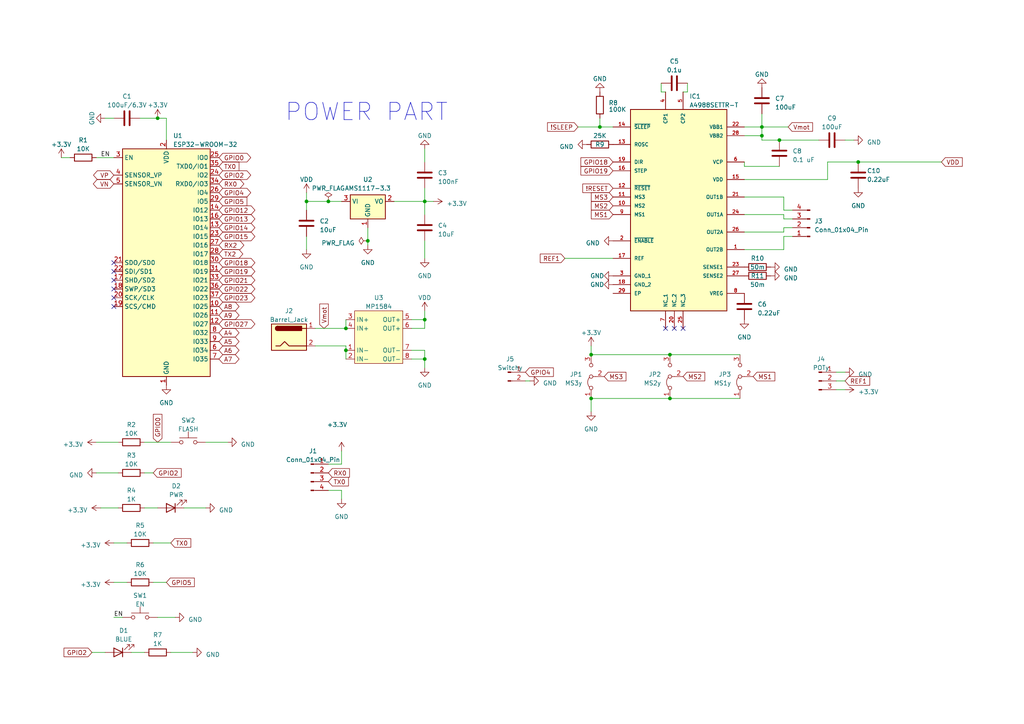
<source format=kicad_sch>
(kicad_sch (version 20230121) (generator eeschema)
  (paper "A4")
  (lib_symbols
    (symbol "A4988SETTR-T_1" (pin_names (offset 1.016))
      (property "Reference" "IC" (at -16.51 30.48 0))
      (property "Value" "A4988SETTR-T" (at -16.51 -33.02 0))
      (symbol "A4988SETTR-T_1_0_0"
        (rectangle (start -15.24 -30.48) (end 12.7 27.94) (stroke (width 0.254)) (fill (type background)))
        (pin bidirectional line (at 17.78 -12.7 180) (length 5.08) (name "OUT2B") (number "1"))
        (pin bidirectional line (at -20.32 0 0) (length 5.08) (name "MS2") (number "10"))
        (pin bidirectional line (at -20.32 2.54 0) (length 5.08) (name "MS3") (number "11"))
        (pin bidirectional line (at -20.32 5.08 0) (length 5.08) (name "~{RESET}") (number "12"))
        (pin bidirectional line (at -20.32 17.78 0) (length 5.08) (name "ROSC") (number "13"))
        (pin bidirectional line (at -20.32 22.86 0) (length 5.08) (name "~{SLEEP}") (number "14"))
        (pin bidirectional line (at 17.78 7.62 180) (length 5.08) (name "VDD") (number "15"))
        (pin bidirectional line (at -20.32 10.16 0) (length 5.08) (name "STEP") (number "16"))
        (pin bidirectional line (at -20.32 -15.24 0) (length 5.08) (name "REF") (number "17"))
        (pin bidirectional line (at -20.32 -22.86 0) (length 5.08) (name "GND_2") (number "18"))
        (pin bidirectional line (at -20.32 12.7 0) (length 5.08) (name "DIR") (number "19"))
        (pin bidirectional line (at -20.32 -10.16 0) (length 5.08) (name "~{ENABLE}") (number "2"))
        (pin bidirectional line (at -2.54 -35.56 90) (length 5.08) (name "NC_2") (number "20"))
        (pin bidirectional line (at 17.78 2.54 180) (length 5.08) (name "OUT1B") (number "21"))
        (pin bidirectional line (at 17.78 22.86 180) (length 5.08) (name "VBB1") (number "22"))
        (pin bidirectional line (at 17.78 -17.78 180) (length 5.08) (name "SENSE1") (number "23"))
        (pin bidirectional line (at 17.78 -2.54 180) (length 5.08) (name "OUT1A") (number "24"))
        (pin bidirectional line (at 0 -35.56 90) (length 5.08) (name "NC_3") (number "25"))
        (pin bidirectional line (at 17.78 -7.62 180) (length 5.08) (name "OUT2A") (number "26"))
        (pin bidirectional line (at 17.78 -20.32 180) (length 5.08) (name "SENSE2") (number "27"))
        (pin bidirectional line (at 17.78 20.32 180) (length 5.08) (name "VBB2") (number "28"))
        (pin bidirectional line (at -20.32 -25.4 0) (length 5.08) (name "EP") (number "29"))
        (pin bidirectional line (at -20.32 -20.32 0) (length 5.08) (name "GND_1") (number "3"))
        (pin bidirectional line (at -5.08 33.02 270) (length 5.08) (name "CP1") (number "4"))
        (pin bidirectional line (at 0 33.02 270) (length 5.08) (name "CP2") (number "5"))
        (pin bidirectional line (at 17.78 12.7 180) (length 5.08) (name "VCP") (number "6"))
        (pin bidirectional line (at -5.08 -35.56 90) (length 5.08) (name "NC_1") (number "7"))
        (pin bidirectional line (at 17.78 -25.4 180) (length 5.08) (name "VREG") (number "8"))
        (pin bidirectional line (at -20.32 -2.54 0) (length 5.08) (name "MS1") (number "9"))
      )
    )
    (symbol "Connector:Barrel_Jack" (pin_names (offset 1.016))
      (property "Reference" "J" (at 0 5.334 0))
      (property "Value" "Barrel_Jack" (at 0 -5.08 0))
      (symbol "Barrel_Jack_0_1"
        (rectangle (start -5.08 3.81) (end 5.08 -3.81) (stroke (width 0.254)) (fill (type background)))
        (arc (start -3.302 3.175) (mid -3.9343 2.54) (end -3.302 1.905) (stroke (width 0.254)))
        (arc (start -3.302 3.175) (mid -3.9343 2.54) (end -3.302 1.905) (stroke (width 0.254)) (fill (type outline)))
        (polyline (pts (xy 5.08 2.54) (xy 3.81 2.54)) (stroke (width 0.254)))
        (polyline (pts (xy -3.81 -2.54) (xy -2.54 -2.54) (xy -1.27 -1.27) (xy 0 -2.54) (xy 2.54 -2.54) (xy 5.08 -2.54)) (stroke (width 0.254)))
        (rectangle (start 3.683 3.175) (end -3.302 1.905) (stroke (width 0.254)) (fill (type outline)))
      )
      (symbol "Barrel_Jack_1_1"
        (pin passive line (at 7.62 2.54 180) (length 2.54) (name "~") (number "1"))
        (pin passive line (at 7.62 -2.54 180) (length 2.54) (name "~") (number "2"))
      )
    )
    (symbol "Connector:Conn_01x02_Pin" (pin_names (offset 1.016) hide)
      (property "Reference" "J" (at 0 2.54 0))
      (property "Value" "Conn_01x02_Pin" (at 0 -5.08 0))
      (symbol "Conn_01x02_Pin_1_1"
        (polyline (pts (xy 1.27 -2.54) (xy 0.8636 -2.54)) (stroke (width 0.1524)))
        (polyline (pts (xy 1.27 0) (xy 0.8636 0)) (stroke (width 0.1524)))
        (rectangle (start 0.8636 -2.413) (end 0 -2.667) (stroke (width 0.1524)) (fill (type outline)))
        (rectangle (start 0.8636 0.127) (end 0 -0.127) (stroke (width 0.1524)) (fill (type outline)))
        (pin passive line (at 5.08 0 180) (length 3.81) (name "Pin_1") (number "1"))
        (pin passive line (at 5.08 -2.54 180) (length 3.81) (name "Pin_2") (number "2"))
      )
    )
    (symbol "Connector:Conn_01x03_Pin" (pin_names (offset 1.016) hide)
      (property "Reference" "J" (at 0 5.08 0))
      (property "Value" "Conn_01x03_Pin" (at 0 -5.08 0))
      (symbol "Conn_01x03_Pin_1_1"
        (polyline (pts (xy 1.27 -2.54) (xy 0.8636 -2.54)) (stroke (width 0.1524)))
        (polyline (pts (xy 1.27 0) (xy 0.8636 0)) (stroke (width 0.1524)))
        (polyline (pts (xy 1.27 2.54) (xy 0.8636 2.54)) (stroke (width 0.1524)))
        (rectangle (start 0.8636 -2.413) (end 0 -2.667) (stroke (width 0.1524)) (fill (type outline)))
        (rectangle (start 0.8636 0.127) (end 0 -0.127) (stroke (width 0.1524)) (fill (type outline)))
        (rectangle (start 0.8636 2.667) (end 0 2.413) (stroke (width 0.1524)) (fill (type outline)))
        (pin passive line (at 5.08 2.54 180) (length 3.81) (name "Pin_1") (number "1"))
        (pin passive line (at 5.08 0 180) (length 3.81) (name "Pin_2") (number "2"))
        (pin passive line (at 5.08 -2.54 180) (length 3.81) (name "Pin_3") (number "3"))
      )
    )
    (symbol "Connector:Conn_01x04_Pin" (pin_names (offset 1.016) hide)
      (property "Reference" "J" (at 0 5.08 0))
      (property "Value" "Conn_01x04_Pin" (at 0 -7.62 0))
      (symbol "Conn_01x04_Pin_1_1"
        (polyline (pts (xy 1.27 -5.08) (xy 0.8636 -5.08)) (stroke (width 0.1524)))
        (polyline (pts (xy 1.27 -2.54) (xy 0.8636 -2.54)) (stroke (width 0.1524)))
        (polyline (pts (xy 1.27 0) (xy 0.8636 0)) (stroke (width 0.1524)))
        (polyline (pts (xy 1.27 2.54) (xy 0.8636 2.54)) (stroke (width 0.1524)))
        (rectangle (start 0.8636 -4.953) (end 0 -5.207) (stroke (width 0.1524)) (fill (type outline)))
        (rectangle (start 0.8636 -2.413) (end 0 -2.667) (stroke (width 0.1524)) (fill (type outline)))
        (rectangle (start 0.8636 0.127) (end 0 -0.127) (stroke (width 0.1524)) (fill (type outline)))
        (rectangle (start 0.8636 2.667) (end 0 2.413) (stroke (width 0.1524)) (fill (type outline)))
        (pin passive line (at 5.08 2.54 180) (length 3.81) (name "Pin_1") (number "1"))
        (pin passive line (at 5.08 0 180) (length 3.81) (name "Pin_2") (number "2"))
        (pin passive line (at 5.08 -2.54 180) (length 3.81) (name "Pin_3") (number "3"))
        (pin passive line (at 5.08 -5.08 180) (length 3.81) (name "Pin_4") (number "4"))
      )
    )
    (symbol "Device:C" (pin_numbers hide) (pin_names (offset 0.254))
      (property "Reference" "C" (at 0.635 2.54 0))
      (property "Value" "C" (at 0.635 -2.54 0))
      (symbol "C_0_1"
        (polyline (pts (xy -2.032 -0.762) (xy 2.032 -0.762)) (stroke (width 0.508)))
        (polyline (pts (xy -2.032 0.762) (xy 2.032 0.762)) (stroke (width 0.508)))
      )
      (symbol "C_1_1"
        (pin passive line (at 0 3.81 270) (length 2.794) (name "~") (number "1"))
        (pin passive line (at 0 -3.81 90) (length 2.794) (name "~") (number "2"))
      )
    )
    (symbol "Device:LED" (pin_numbers hide) (pin_names (offset 1.016) hide)
      (property "Reference" "D" (at 0 2.54 0))
      (property "Value" "LED" (at 0 -2.54 0))
      (symbol "LED_0_1"
        (polyline (pts (xy -1.27 -1.27) (xy -1.27 1.27)) (stroke (width 0.254)))
        (polyline (pts (xy -1.27 0) (xy 1.27 0)))
        (polyline (pts (xy 1.27 -1.27) (xy 1.27 1.27) (xy -1.27 0) (xy 1.27 -1.27)) (stroke (width 0.254)))
        (polyline (pts (xy -3.048 -0.762) (xy -4.572 -2.286) (xy -3.81 -2.286) (xy -4.572 -2.286) (xy -4.572 -1.524)))
        (polyline (pts (xy -1.778 -0.762) (xy -3.302 -2.286) (xy -2.54 -2.286) (xy -3.302 -2.286) (xy -3.302 -1.524)))
      )
      (symbol "LED_1_1"
        (pin passive line (at -3.81 0 0) (length 2.54) (name "K") (number "1"))
        (pin passive line (at 3.81 0 180) (length 2.54) (name "A") (number "2"))
      )
    )
    (symbol "Device:R" (pin_numbers hide) (pin_names (offset 0))
      (property "Reference" "R" (at 2.032 0 90))
      (property "Value" "R" (at 0 0 90))
      (symbol "R_0_1"
        (rectangle (start -1.016 -2.54) (end 1.016 2.54) (stroke (width 0.254)))
      )
      (symbol "R_1_1"
        (pin passive line (at 0 3.81 270) (length 1.27) (name "~") (number "1"))
        (pin passive line (at 0 -3.81 90) (length 1.27) (name "~") (number "2"))
      )
    )
    (symbol "Jumper:Jumper_3_Bridged12" (pin_names (offset 0) hide)
      (property "Reference" "JP" (at -2.54 -2.54 0))
      (property "Value" "Jumper_3_Bridged12" (at 0 2.794 0))
      (symbol "Jumper_3_Bridged12_0_0"
        (circle (center -3.302 0) (radius 0.508))
        (circle (center 0 0) (radius 0.508))
        (circle (center 3.302 0) (radius 0.508))
      )
      (symbol "Jumper_3_Bridged12_0_1"
        (arc (start -0.254 0.508) (mid -1.651 0.9912) (end -3.048 0.508))
        (polyline (pts (xy 0 -1.27) (xy 0 -0.508)))
      )
      (symbol "Jumper_3_Bridged12_1_1"
        (pin passive line (at -6.35 0 0) (length 2.54) (name "A") (number "1"))
        (pin passive line (at 0 -3.81 90) (length 2.54) (name "C") (number "2"))
        (pin passive line (at 6.35 0 180) (length 2.54) (name "B") (number "3"))
      )
    )
    (symbol "Lib:MP1584"
      (property "Reference" "U" (at 0 2.54 0))
      (property "Value" "MP1584" (at 2.54 5.08 0))
      (symbol "MP1584_1_1"
        (rectangle (start -3.81 1.27) (end 10.16 -13.97) (fill (type background)))
        (pin input line (at -6.35 -10.16 0) (length 2.54) (name "IN-") (number "1"))
        (pin input line (at -6.35 -12.7 0) (length 2.54) (name "IN-") (number "2"))
        (pin input line (at -6.35 -1.27 0) (length 2.54) (name "IN+") (number "3"))
        (pin input line (at -6.35 -3.81 0) (length 2.54) (name "IN+") (number "4"))
        (pin input line (at 12.7 -1.27 180) (length 2.54) (name "OUT+") (number "5"))
        (pin input line (at 12.7 -3.81 180) (length 2.54) (name "OUT+") (number "6"))
        (pin input line (at 12.7 -10.16 180) (length 2.54) (name "OUT-") (number "7"))
        (pin input line (at 12.7 -12.7 180) (length 2.54) (name "OUT-") (number "8"))
      )
    )
    (symbol "RF_Module:ESP32-WROOM-32"
      (property "Reference" "U" (at -12.7 34.29 0))
      (property "Value" "ESP32-WROOM-32" (at 1.27 34.29 0))
      (symbol "ESP32-WROOM-32_0_1"
        (rectangle (start -12.7 33.02) (end 12.7 -33.02) (stroke (width 0.254)) (fill (type background)))
      )
      (symbol "ESP32-WROOM-32_1_1"
        (pin power_in line (at 0 -35.56 90) (length 2.54) (name "GND") (number "1"))
        (pin bidirectional line (at 15.24 -12.7 180) (length 2.54) (name "IO25") (number "10"))
        (pin bidirectional line (at 15.24 -15.24 180) (length 2.54) (name "IO26") (number "11"))
        (pin bidirectional line (at 15.24 -17.78 180) (length 2.54) (name "IO27") (number "12"))
        (pin bidirectional line (at 15.24 10.16 180) (length 2.54) (name "IO14") (number "13"))
        (pin bidirectional line (at 15.24 15.24 180) (length 2.54) (name "IO12") (number "14"))
        (pin passive line (at 0 -35.56 90) (length 2.54) hide (name "GND") (number "15"))
        (pin bidirectional line (at 15.24 12.7 180) (length 2.54) (name "IO13") (number "16"))
        (pin bidirectional line (at -15.24 -5.08 0) (length 2.54) (name "SHD/SD2") (number "17"))
        (pin bidirectional line (at -15.24 -7.62 0) (length 2.54) (name "SWP/SD3") (number "18"))
        (pin bidirectional line (at -15.24 -12.7 0) (length 2.54) (name "SCS/CMD") (number "19"))
        (pin power_in line (at 0 35.56 270) (length 2.54) (name "VDD") (number "2"))
        (pin bidirectional line (at -15.24 -10.16 0) (length 2.54) (name "SCK/CLK") (number "20"))
        (pin bidirectional line (at -15.24 0 0) (length 2.54) (name "SDO/SD0") (number "21"))
        (pin bidirectional line (at -15.24 -2.54 0) (length 2.54) (name "SDI/SD1") (number "22"))
        (pin bidirectional line (at 15.24 7.62 180) (length 2.54) (name "IO15") (number "23"))
        (pin bidirectional line (at 15.24 25.4 180) (length 2.54) (name "IO2") (number "24"))
        (pin bidirectional line (at 15.24 30.48 180) (length 2.54) (name "IO0") (number "25"))
        (pin bidirectional line (at 15.24 20.32 180) (length 2.54) (name "IO4") (number "26"))
        (pin bidirectional line (at 15.24 5.08 180) (length 2.54) (name "IO16") (number "27"))
        (pin bidirectional line (at 15.24 2.54 180) (length 2.54) (name "IO17") (number "28"))
        (pin bidirectional line (at 15.24 17.78 180) (length 2.54) (name "IO5") (number "29"))
        (pin input line (at -15.24 30.48 0) (length 2.54) (name "EN") (number "3"))
        (pin bidirectional line (at 15.24 0 180) (length 2.54) (name "IO18") (number "30"))
        (pin bidirectional line (at 15.24 -2.54 180) (length 2.54) (name "IO19") (number "31"))
        (pin no_connect line (at -12.7 -27.94 0) (length 2.54) hide (name "NC") (number "32"))
        (pin bidirectional line (at 15.24 -5.08 180) (length 2.54) (name "IO21") (number "33"))
        (pin bidirectional line (at 15.24 22.86 180) (length 2.54) (name "RXD0/IO3") (number "34"))
        (pin bidirectional line (at 15.24 27.94 180) (length 2.54) (name "TXD0/IO1") (number "35"))
        (pin bidirectional line (at 15.24 -7.62 180) (length 2.54) (name "IO22") (number "36"))
        (pin bidirectional line (at 15.24 -10.16 180) (length 2.54) (name "IO23") (number "37"))
        (pin passive line (at 0 -35.56 90) (length 2.54) hide (name "GND") (number "38"))
        (pin passive line (at 0 -35.56 90) (length 2.54) hide (name "GND") (number "39"))
        (pin input line (at -15.24 25.4 0) (length 2.54) (name "SENSOR_VP") (number "4"))
        (pin input line (at -15.24 22.86 0) (length 2.54) (name "SENSOR_VN") (number "5"))
        (pin input line (at 15.24 -25.4 180) (length 2.54) (name "IO34") (number "6"))
        (pin input line (at 15.24 -27.94 180) (length 2.54) (name "IO35") (number "7"))
        (pin bidirectional line (at 15.24 -20.32 180) (length 2.54) (name "IO32") (number "8"))
        (pin bidirectional line (at 15.24 -22.86 180) (length 2.54) (name "IO33") (number "9"))
      )
    )
    (symbol "Regulator_Linear:AMS1117-3.3"
      (property "Reference" "U" (at -3.81 3.175 0))
      (property "Value" "AMS1117-3.3" (at 0 3.175 0))
      (symbol "AMS1117-3.3_0_1"
        (rectangle (start -5.08 -5.08) (end 5.08 1.905) (stroke (width 0.254)) (fill (type background)))
      )
      (symbol "AMS1117-3.3_1_1"
        (pin power_in line (at 0 -7.62 90) (length 2.54) (name "GND") (number "1"))
        (pin power_out line (at 7.62 0 180) (length 2.54) (name "VO") (number "2"))
        (pin power_in line (at -7.62 0 0) (length 2.54) (name "VI") (number "3"))
      )
    )
    (symbol "Switch:SW_Push" (pin_numbers hide) (pin_names (offset 1.016) hide)
      (property "Reference" "SW" (at 1.27 2.54 0))
      (property "Value" "SW_Push" (at 0 -1.524 0))
      (symbol "SW_Push_0_1"
        (circle (center -2.032 0) (radius 0.508))
        (polyline (pts (xy 0 1.27) (xy 0 3.048)))
        (polyline (pts (xy 2.54 1.27) (xy -2.54 1.27)))
        (circle (center 2.032 0) (radius 0.508))
        (pin passive line (at -5.08 0 0) (length 2.54) (name "1") (number "1"))
        (pin passive line (at 5.08 0 180) (length 2.54) (name "2") (number "2"))
      )
    )
    (symbol "power:+3.3V" (power) (pin_names (offset 0))
      (property "Value" "+3.3V" (at 0 3.556 0))
      (symbol "+3.3V_0_1"
        (polyline (pts (xy -0.762 1.27) (xy 0 2.54)))
        (polyline (pts (xy 0 0) (xy 0 2.54)))
        (polyline (pts (xy 0 2.54) (xy 0.762 1.27)))
      )
      (symbol "+3.3V_1_1"
        (pin power_in line (at 0 0 90) (length 0) hide (name "+3.3V") (number "1"))
      )
    )
    (symbol "power:GND" (power) (pin_names (offset 0))
      (property "Value" "GND" (at 0 -3.81 0))
      (symbol "GND_0_1"
        (polyline (pts (xy 0 0) (xy 0 -1.27) (xy 1.27 -1.27) (xy 0 -2.54) (xy -1.27 -1.27) (xy 0 -1.27)))
      )
      (symbol "GND_1_1"
        (pin power_in line (at 0 0 270) (length 0) hide (name "GND") (number "1"))
      )
    )
    (symbol "power:PWR_FLAG" (power) (pin_numbers hide) (pin_names (offset 0) hide)
      (property "Value" "PWR_FLAG" (at 0 3.81 0))
      (symbol "PWR_FLAG_0_0"
        (pin power_out line (at 0 0 90) (length 0) (name "pwr") (number "1"))
      )
      (symbol "PWR_FLAG_0_1"
        (polyline (pts (xy 0 0) (xy 0 1.27) (xy -1.016 1.905) (xy 0 2.54) (xy 1.016 1.905) (xy 0 1.27)))
      )
    )
    (symbol "power:VDD" (power) (pin_names (offset 0))
      (property "Value" "VDD" (at 0 3.81 0))
      (symbol "VDD_0_1"
        (polyline (pts (xy -0.762 1.27) (xy 0 2.54)))
        (polyline (pts (xy 0 0) (xy 0 2.54)))
        (polyline (pts (xy 0 2.54) (xy 0.762 1.27)))
      )
      (symbol "VDD_1_1"
        (pin power_in line (at 0 0 90) (length 0) hide (name "VDD") (number "1"))
      )
    )
  )
  (junction (at 220.98 39.37))
  (junction (at 171.45 115.57))
  (junction (at 248.92 46.99))
  (junction (at 95.25 58.42))
  (junction (at 123.19 92.71))
  (junction (at 173.99 36.83))
  (junction (at 194.31 115.57))
  (junction (at 123.19 58.42))
  (junction (at 226.06 40.64))
  (junction (at 106.68 69.85))
  (junction (at 194.31 102.87))
  (junction (at 88.9 58.42))
  (junction (at 100.33 95.25))
  (junction (at 123.19 104.14))
  (junction (at 100.33 101.6))
  (junction (at 171.45 102.87))
  (junction (at 45.72 34.29))
  (junction (at 220.98 36.83))
  (no_connect (at 33.02 88.9))
  (no_connect (at 193.04 95.25))
  (no_connect (at 195.58 95.25))
  (no_connect (at 33.02 76.2))
  (no_connect (at 33.02 78.74))
  (no_connect (at 33.02 83.82))
  (no_connect (at 33.02 86.36))
  (no_connect (at 33.02 81.28))
  (no_connect (at 198.12 95.25))
  (wire (pts (xy 220.98 36.83) (xy 220.98 39.37)))
  (wire (pts (xy 17.78 45.72) (xy 20.32 45.72)))
  (wire (pts (xy 27.94 45.72) (xy 33.02 45.72)))
  (wire (pts (xy 119.38 95.25) (xy 123.19 95.25)))
  (wire (pts (xy 123.19 101.6) (xy 119.38 101.6)))
  (wire (pts (xy 48.26 34.29) (xy 48.26 40.64)))
  (wire (pts (xy 123.19 95.25) (xy 123.19 92.71)))
  (wire (pts (xy 100.33 95.25) (xy 100.33 92.71)))
  (wire (pts (xy 123.19 58.42) (xy 125.73 58.42)))
  (wire (pts (xy 26.67 189.23) (xy 30.48 189.23)))
  (wire (pts (xy 220.98 40.64) (xy 226.06 40.64)))
  (wire (pts (xy 173.99 36.83) (xy 177.8 36.83)))
  (wire (pts (xy 227.33 63.5) (xy 229.87 63.5)))
  (wire (pts (xy 171.45 102.87) (xy 194.31 102.87)))
  (wire (pts (xy 227.33 57.15) (xy 227.33 60.96)))
  (wire (pts (xy 163.83 74.93) (xy 177.8 74.93)))
  (wire (pts (xy 171.45 100.33) (xy 171.45 102.87)))
  (wire (pts (xy 106.68 66.04) (xy 106.68 69.85)))
  (wire (pts (xy 27.94 128.27) (xy 34.29 128.27)))
  (wire (pts (xy 41.91 137.16) (xy 44.45 137.16)))
  (wire (pts (xy 41.91 128.27) (xy 49.53 128.27)))
  (wire (pts (xy 191.77 26.67) (xy 193.04 26.67)))
  (wire (pts (xy 44.45 157.48) (xy 49.53 157.48)))
  (wire (pts (xy 100.33 101.6) (xy 100.33 104.14)))
  (wire (pts (xy 220.98 33.02) (xy 220.98 36.83)))
  (wire (pts (xy 38.1 189.23) (xy 41.91 189.23)))
  (wire (pts (xy 30.48 34.29) (xy 33.02 34.29)))
  (wire (pts (xy 106.68 69.85) (xy 106.68 71.12)))
  (wire (pts (xy 245.11 107.95) (xy 242.57 107.95)))
  (wire (pts (xy 227.33 67.31) (xy 227.33 66.04)))
  (wire (pts (xy 194.31 115.57) (xy 171.45 115.57)))
  (wire (pts (xy 123.19 92.71) (xy 123.19 90.17)))
  (wire (pts (xy 123.19 54.61) (xy 123.19 58.42)))
  (wire (pts (xy 167.64 36.83) (xy 173.99 36.83)))
  (wire (pts (xy 27.94 137.16) (xy 34.29 137.16)))
  (wire (pts (xy 119.38 92.71) (xy 123.19 92.71)))
  (wire (pts (xy 245.11 40.64) (xy 247.65 40.64)))
  (wire (pts (xy 215.9 39.37) (xy 220.98 39.37)))
  (wire (pts (xy 91.44 100.33) (xy 100.33 100.33)))
  (wire (pts (xy 245.11 113.03) (xy 242.57 113.03)))
  (wire (pts (xy 227.33 63.5) (xy 227.33 62.23)))
  (wire (pts (xy 198.12 26.67) (xy 199.39 26.67)))
  (wire (pts (xy 191.77 26.67) (xy 191.77 24.13)))
  (wire (pts (xy 100.33 100.33) (xy 100.33 101.6)))
  (wire (pts (xy 119.38 104.14) (xy 123.19 104.14)))
  (wire (pts (xy 227.33 72.39) (xy 227.33 68.58)))
  (wire (pts (xy 215.9 48.26) (xy 226.06 48.26)))
  (wire (pts (xy 59.69 128.27) (xy 66.04 128.27)))
  (wire (pts (xy 227.33 66.04) (xy 229.87 66.04)))
  (wire (pts (xy 99.06 144.78) (xy 99.06 142.24)))
  (wire (pts (xy 220.98 36.83) (xy 228.6 36.83)))
  (wire (pts (xy 199.39 26.67) (xy 199.39 24.13)))
  (wire (pts (xy 123.19 106.68) (xy 123.19 104.14)))
  (wire (pts (xy 49.53 189.23) (xy 55.88 189.23)))
  (wire (pts (xy 214.63 115.57) (xy 194.31 115.57)))
  (wire (pts (xy 215.9 57.15) (xy 227.33 57.15)))
  (wire (pts (xy 123.19 69.85) (xy 123.19 74.93)))
  (wire (pts (xy 45.72 34.29) (xy 40.64 34.29)))
  (wire (pts (xy 29.21 147.32) (xy 34.29 147.32)))
  (wire (pts (xy 33.02 157.48) (xy 36.83 157.48)))
  (wire (pts (xy 227.33 62.23) (xy 215.9 62.23)))
  (wire (pts (xy 215.9 36.83) (xy 220.98 36.83)))
  (wire (pts (xy 41.91 147.32) (xy 45.72 147.32)))
  (wire (pts (xy 33.02 168.91) (xy 36.83 168.91)))
  (wire (pts (xy 215.9 67.31) (xy 227.33 67.31)))
  (wire (pts (xy 53.34 147.32) (xy 59.69 147.32)))
  (wire (pts (xy 99.06 134.62) (xy 95.25 134.62)))
  (wire (pts (xy 173.99 34.29) (xy 173.99 36.83)))
  (wire (pts (xy 240.03 46.99) (xy 240.03 52.07)))
  (wire (pts (xy 48.26 34.29) (xy 45.72 34.29)))
  (wire (pts (xy 88.9 55.88) (xy 88.9 58.42)))
  (wire (pts (xy 123.19 104.14) (xy 123.19 101.6)))
  (wire (pts (xy 171.45 115.57) (xy 171.45 119.38)))
  (wire (pts (xy 240.03 46.99) (xy 248.92 46.99)))
  (wire (pts (xy 215.9 72.39) (xy 227.33 72.39)))
  (wire (pts (xy 240.03 52.07) (xy 215.9 52.07)))
  (wire (pts (xy 45.72 179.07) (xy 50.8 179.07)))
  (wire (pts (xy 99.06 130.81) (xy 99.06 134.62)))
  (wire (pts (xy 88.9 58.42) (xy 95.25 58.42)))
  (wire (pts (xy 44.45 168.91) (xy 48.26 168.91)))
  (wire (pts (xy 88.9 68.58) (xy 88.9 72.39)))
  (wire (pts (xy 123.19 58.42) (xy 123.19 62.23)))
  (wire (pts (xy 226.06 40.64) (xy 237.49 40.64)))
  (wire (pts (xy 215.9 48.26) (xy 215.9 46.99)))
  (wire (pts (xy 33.02 179.07) (xy 35.56 179.07)))
  (wire (pts (xy 220.98 39.37) (xy 220.98 40.64)))
  (wire (pts (xy 91.44 95.25) (xy 100.33 95.25)))
  (wire (pts (xy 88.9 58.42) (xy 88.9 60.96)))
  (wire (pts (xy 245.11 110.49) (xy 242.57 110.49)))
  (wire (pts (xy 248.92 46.99) (xy 273.05 46.99)))
  (wire (pts (xy 123.19 43.18) (xy 123.19 46.99)))
  (wire (pts (xy 227.33 60.96) (xy 229.87 60.96)))
  (wire (pts (xy 99.06 142.24) (xy 95.25 142.24)))
  (wire (pts (xy 114.3 58.42) (xy 123.19 58.42)))
  (wire (pts (xy 95.25 58.42) (xy 99.06 58.42)))
  (wire (pts (xy 152.4 110.49) (xy 153.67 110.49)))
  (wire (pts (xy 194.31 102.87) (xy 214.63 102.87)))
  (wire (pts (xy 227.33 68.58) (xy 229.87 68.58)))
  (text "POWER PART" (at 82.55 35.56 0) (effects (font (size 5 5)) (justify left bottom)))
  (label "EN" (at 29.21 45.72 0))
  (label "EN" (at 33.02 179.07 0))
  (global_label "RX2" (shape bidirectional) (at 63.5 71.12 0) (property "Intersheetrefs" "${INTERSHEET_REFS}" (effects hide)))
  (global_label "RX0" (shape bidirectional) (at 63.5 53.34 0) (property "Intersheetrefs" "${INTERSHEET_REFS}" (effects hide)))
  (global_label "MS3" (shape input) (at 175.26 109.22 0) (property "Intersheetrefs" "${INTERSHEET_REFS}" (effects hide)))
  (global_label "GPIO23" (shape bidirectional) (at 63.5 86.36 0) (property "Intersheetrefs" "${INTERSHEET_REFS}" (effects hide)))
  (global_label "GPIO2" (shape input) (at 26.67 189.23 180) (property "Intersheetrefs" "${INTERSHEET_REFS}" (effects hide)))
  (global_label "TX0" (shape input) (at 63.5 48.26 0) (property "Intersheetrefs" "${INTERSHEET_REFS}" (effects hide)))
  (global_label "VN" (shape bidirectional) (at 33.02 53.34 180) (property "Intersheetrefs" "${INTERSHEET_REFS}" (effects hide)))
  (global_label "GPIO18" (shape input) (at 177.8 46.99 180) (property "Intersheetrefs" "${INTERSHEET_REFS}" (effects hide)))
  (global_label "GPIO12" (shape bidirectional) (at 63.5 60.96 0) (property "Intersheetrefs" "${INTERSHEET_REFS}" (effects hide)))
  (global_label "VP" (shape bidirectional) (at 33.02 50.8 180) (property "Intersheetrefs" "${INTERSHEET_REFS}" (effects hide)))
  (global_label "A7" (shape bidirectional) (at 63.5 104.14 0) (property "Intersheetrefs" "${INTERSHEET_REFS}" (effects hide)))
  (global_label "TX0" (shape input) (at 49.53 157.48 0) (property "Intersheetrefs" "${INTERSHEET_REFS}" (effects hide)))
  (global_label "REF1" (shape input) (at 245.11 110.49 0) (property "Intersheetrefs" "${INTERSHEET_REFS}" (effects hide)))
  (global_label "!SLEEP" (shape input) (at 167.64 36.83 180) (property "Intersheetrefs" "${INTERSHEET_REFS}" (effects hide)))
  (global_label "GPIO18" (shape bidirectional) (at 63.5 76.2 0) (property "Intersheetrefs" "${INTERSHEET_REFS}" (effects hide)))
  (global_label "GPIO5" (shape input) (at 63.5 58.42 0) (property "Intersheetrefs" "${INTERSHEET_REFS}" (effects hide)))
  (global_label "MS2" (shape input) (at 198.12 109.22 0) (property "Intersheetrefs" "${INTERSHEET_REFS}" (effects hide)))
  (global_label "GPIO0" (shape bidirectional) (at 63.5 45.72 0) (property "Intersheetrefs" "${INTERSHEET_REFS}" (effects hide)))
  (global_label "A4" (shape bidirectional) (at 63.5 96.52 0) (property "Intersheetrefs" "${INTERSHEET_REFS}" (effects hide)))
  (global_label "GPIO4" (shape input) (at 152.4 107.95 0) (property "Intersheetrefs" "${INTERSHEET_REFS}" (effects hide)))
  (global_label "GPIO21" (shape bidirectional) (at 63.5 81.28 0) (property "Intersheetrefs" "${INTERSHEET_REFS}" (effects hide)))
  (global_label "GPIO19" (shape input) (at 177.8 49.53 180) (property "Intersheetrefs" "${INTERSHEET_REFS}" (effects hide)))
  (global_label "Vmot" (shape input) (at 93.98 95.25 90) (property "Intersheetrefs" "${INTERSHEET_REFS}" (effects hide)))
  (global_label "Vmot" (shape input) (at 228.6 36.83 0) (property "Intersheetrefs" "${INTERSHEET_REFS}" (effects hide)))
  (global_label "VDD" (shape input) (at 273.05 46.99 0) (property "Intersheetrefs" "${INTERSHEET_REFS}" (effects hide)))
  (global_label "TX2" (shape bidirectional) (at 63.5 73.66 0) (property "Intersheetrefs" "${INTERSHEET_REFS}" (effects hide)))
  (global_label "GPIO14" (shape bidirectional) (at 63.5 66.04 0) (property "Intersheetrefs" "${INTERSHEET_REFS}" (effects hide)))
  (global_label "GPIO27" (shape bidirectional) (at 63.5 93.98 0) (property "Intersheetrefs" "${INTERSHEET_REFS}" (effects hide)))
  (global_label "A5" (shape bidirectional) (at 63.5 99.06 0) (property "Intersheetrefs" "${INTERSHEET_REFS}" (effects hide)))
  (global_label "GPIO2" (shape bidirectional) (at 63.5 50.8 0) (property "Intersheetrefs" "${INTERSHEET_REFS}" (effects hide)))
  (global_label "GPIO19" (shape bidirectional) (at 63.5 78.74 0) (property "Intersheetrefs" "${INTERSHEET_REFS}" (effects hide)))
  (global_label "!RESET" (shape input) (at 177.8 54.61 180) (property "Intersheetrefs" "${INTERSHEET_REFS}" (effects hide)))
  (global_label "A8" (shape bidirectional) (at 63.5 88.9 0) (property "Intersheetrefs" "${INTERSHEET_REFS}" (effects hide)))
  (global_label "GPIO15" (shape bidirectional) (at 63.5 68.58 0) (property "Intersheetrefs" "${INTERSHEET_REFS}" (effects hide)))
  (global_label "TX0" (shape input) (at 95.25 139.7 0) (property "Intersheetrefs" "${INTERSHEET_REFS}" (effects hide)))
  (global_label "MS2" (shape input) (at 177.8 59.69 180) (property "Intersheetrefs" "${INTERSHEET_REFS}" (effects hide)))
  (global_label "GPIO22" (shape bidirectional) (at 63.5 83.82 0) (property "Intersheetrefs" "${INTERSHEET_REFS}" (effects hide)))
  (global_label "A6" (shape bidirectional) (at 63.5 101.6 0) (property "Intersheetrefs" "${INTERSHEET_REFS}" (effects hide)))
  (global_label "GPIO5" (shape input) (at 48.26 168.91 0) (property "Intersheetrefs" "${INTERSHEET_REFS}" (effects hide)))
  (global_label "RX0" (shape input) (at 95.25 137.16 0) (property "Intersheetrefs" "${INTERSHEET_REFS}" (effects hide)))
  (global_label "MS1" (shape input) (at 218.44 109.22 0) (property "Intersheetrefs" "${INTERSHEET_REFS}" (effects hide)))
  (global_label "MS3" (shape input) (at 177.8 57.15 180) (property "Intersheetrefs" "${INTERSHEET_REFS}" (effects hide)))
  (global_label "A9" (shape bidirectional) (at 63.5 91.44 0) (property "Intersheetrefs" "${INTERSHEET_REFS}" (effects hide)))
  (global_label "REF1" (shape input) (at 163.83 74.93 180) (property "Intersheetrefs" "${INTERSHEET_REFS}" (effects hide)))
  (global_label "GPIO13" (shape bidirectional) (at 63.5 63.5 0) (property "Intersheetrefs" "${INTERSHEET_REFS}" (effects hide)))
  (global_label "MS1" (shape input) (at 177.8 62.23 180) (property "Intersheetrefs" "${INTERSHEET_REFS}" (effects hide)))
  (global_label "GPIO4" (shape bidirectional) (at 63.5 55.88 0) (property "Intersheetrefs" "${INTERSHEET_REFS}" (effects hide)))
  (global_label "GPIO2" (shape input) (at 44.45 137.16 0) (property "Intersheetrefs" "${INTERSHEET_REFS}" (effects hide)))
  (global_label "GPIO0" (shape input) (at 45.72 128.27 90) (property "Intersheetrefs" "${INTERSHEET_REFS}" (effects hide)))
  (symbol (lib_id "Device:R") (at 173.99 41.91 90) (unit 1)
    (property "Reference" "R9" (at 173.99 41.91 90))
    (property "Value" "25K" (at 173.99 39.37 90))
  )
  (symbol (lib_id "power:+3.3V") (at 29.21 147.32 90) (unit 1)
    (property "Reference" "#PWR04" (effects hide))
    (property "Value" "+3.3V" (at 25.4 147.955 90) (effects (justify left)))
  )
  (symbol (lib_id "Device:R") (at 38.1 137.16 90) (unit 1)
    (property "Reference" "R3" (at 38.1 132.08 90))
    (property "Value" "10K" (at 38.1 134.62 90))
    (property "Footprint" "Resistor_SMD:R_0805_2012Metric_Pad1.20x1.40mm_HandSolder" (effects hide))
  )
  (symbol (lib_id "Device:C") (at 123.19 66.04 0) (unit 1)
    (property "Reference" "C4" (at 127 65.405 0) (effects (justify left)))
    (property "Value" "10uF" (at 127 67.945 0) (effects (justify left)))
    (property "Footprint" "Capacitor_SMD:C_0805_2012Metric_Pad1.18x1.45mm_HandSolder" (effects hide))
  )
  (symbol (lib_id "power:+3.3V") (at 99.06 130.81 0) (unit 1)
    (property "Reference" "#PWR016" (effects hide))
    (property "Value" "+3.3V" (at 97.79 123.19 0))
  )
  (symbol (lib_id "Jumper:Jumper_3_Bridged12") (at 214.63 109.22 90) (unit 1)
    (property "Reference" "JP3" (at 212.09 108.585 90) (effects (justify left)))
    (property "Value" "MS1y" (at 212.09 111.125 90) (effects (justify left)))
    (property "Footprint" "Jumper:SolderJumper-3_P1.3mm_Open_Pad1.0x1.5mm" (effects hide))
  )
  (symbol (lib_id "Device:R") (at 24.13 45.72 90) (unit 1)
    (property "Reference" "R1" (at 24.13 40.64 90))
    (property "Value" "10K" (at 24.13 43.18 90))
    (property "Footprint" "Resistor_SMD:R_0805_2012Metric_Pad1.20x1.40mm_HandSolder" (effects hide))
  )
  (symbol (lib_id "power:GND") (at 123.19 106.68 0) (unit 1)
    (property "Reference" "#PWR022" (effects hide))
    (property "Value" "GND" (at 123.19 111.76 0))
  )
  (symbol (lib_id "power:+3.3V") (at 33.02 168.91 90) (unit 1)
    (property "Reference" "#PWR07" (effects hide))
    (property "Value" "+3.3V" (at 29.21 169.545 90) (effects (justify left)))
  )
  (symbol (lib_id "power:GND") (at 177.8 69.85 270) (unit 1)
    (property "Reference" "#PWR026" (effects hide))
    (property "Value" "GND" (at 173.99 70.485 90) (effects (justify right)))
  )
  (symbol (lib_id "Connector:Conn_01x03_Pin") (at 237.49 110.49 0) (unit 1)
    (property "Reference" "J4" (at 238.125 104.14 0))
    (property "Value" "POTy" (at 238.125 106.68 0))
    (property "Footprint" "Connector_PinHeader_2.54mm:PinHeader_1x03_P2.54mm_Vertical" (effects hide))
  )
  (symbol (lib_id "power:GND") (at 30.48 34.29 270) (unit 1)
    (property "Reference" "#PWR05" (effects hide))
    (property "Value" "GND" (at 26.67 34.29 0))
  )
  (symbol (lib_id "Connector:Barrel_Jack") (at 83.82 97.79 0) (unit 1)
    (property "Reference" "J2" (at 83.82 90.17 0))
    (property "Value" "Barrel_Jack" (at 83.82 92.71 0))
    (property "Footprint" "Connector_BarrelJack:BarrelJack_GCT_DCJ200-10-A_Horizontal" (effects hide))
  )
  (symbol (lib_id "power:GND") (at 106.68 71.12 0) (unit 1)
    (property "Reference" "#PWR018" (effects hide))
    (property "Value" "GND" (at 106.68 76.2 0))
  )
  (symbol (lib_id "Switch:SW_Push") (at 40.64 179.07 0) (unit 1)
    (property "Reference" "SW1" (at 40.64 172.72 0))
    (property "Value" "EN" (at 40.64 175.26 0))
    (property "Footprint" "Button_Switch_SMD:SW_DIP_SPSTx01_Slide_Copal_CHS-01B_W7.62mm_P1.27mm" (effects hide))
  )
  (symbol (lib_id "Device:R") (at 38.1 147.32 90) (unit 1)
    (property "Reference" "R4" (at 38.1 142.24 90))
    (property "Value" "1K" (at 38.1 144.78 90))
    (property "Footprint" "Resistor_SMD:R_0805_2012Metric_Pad1.20x1.40mm_HandSolder" (effects hide))
  )
  (symbol (lib_id "power:GND") (at 177.8 82.55 270) (unit 1)
    (property "Reference" "#PWR028" (effects hide))
    (property "Value" "GND" (at 175.26 82.55 90) (effects (justify right)))
  )
  (symbol (lib_id "Device:C") (at 215.9 88.9 0) (unit 1)
    (property "Reference" "C6" (at 219.71 88.265 0) (effects (justify left)))
    (property "Value" "0.22uF" (at 219.71 90.805 0) (effects (justify left)))
  )
  (symbol (lib_id "Device:R") (at 38.1 128.27 90) (unit 1)
    (property "Reference" "R2" (at 38.1 123.19 90))
    (property "Value" "10K" (at 38.1 125.73 90))
    (property "Footprint" "Resistor_SMD:R_0805_2012Metric_Pad1.20x1.40mm_HandSolder" (effects hide))
  )
  (symbol (lib_id "power:GND") (at 153.67 110.49 90) (unit 1)
    (property "Reference" "#PWR037" (effects hide))
    (property "Value" "GND" (at 157.48 111.125 90) (effects (justify right)))
  )
  (symbol (lib_id "power:GND") (at 59.69 147.32 90) (unit 1)
    (property "Reference" "#PWR012" (effects hide))
    (property "Value" "GND" (at 63.5 147.955 90) (effects (justify right)))
  )
  (symbol (lib_id "Device:C") (at 241.3 40.64 90) (unit 1)
    (property "Reference" "C9" (at 241.3 34.29 90))
    (property "Value" "100uF" (at 241.3 36.83 90))
  )
  (symbol (lib_id "power:+3.3V") (at 45.72 34.29 0) (unit 1)
    (property "Reference" "#PWR08" (effects hide))
    (property "Value" "+3.3V" (at 45.72 30.48 0))
  )
  (symbol (lib_id "RF_Module:ESP32-WROOM-32") (at 48.26 76.2 0) (unit 1)
    (property "Reference" "U1" (at 50.2159 39.37 0) (effects (justify left)))
    (property "Value" "ESP32-WROOM-32" (at 50.2159 41.91 0) (effects (justify left)))
    (property "Footprint" "RF_Module:ESP32-WROOM-32" (effects hide))
    (property "Datasheet" "https://www.espressif.com/sites/default/files/documentation/esp32-wroom-32_datasheet_en.pdf" (effects hide))
  )
  (symbol (lib_id "power:GND") (at 177.8 80.01 270) (unit 1)
    (property "Reference" "#PWR027" (effects hide))
    (property "Value" "GND" (at 175.26 80.01 90) (effects (justify right)))
  )
  (symbol (lib_id "power:GND") (at 66.04 128.27 90) (unit 1)
    (property "Reference" "#PWR013" (effects hide))
    (property "Value" "GND" (at 69.85 128.905 90) (effects (justify right)))
  )
  (symbol (lib_id "power:GND") (at 171.45 119.38 0) (unit 1)
    (property "Reference" "#PWR039" (effects hide))
    (property "Value" "GND" (at 171.45 124.46 0))
  )
  (symbol (lib_id "Lib:MP1584") (at 106.68 91.44 0) (unit 1)
    (property "Reference" "U3" (at 109.855 86.36 0))
    (property "Value" "MP1584" (at 109.855 88.9 0))
    (property "Footprint" "Library:U1584" (effects hide))
  )
  (symbol (lib_id "Connector:Conn_01x04_Pin") (at 90.17 137.16 0) (unit 1)
    (property "Reference" "J1" (at 90.805 130.81 0))
    (property "Value" "Conn_01x04_Pin" (at 90.805 133.35 0))
    (property "Footprint" "Connector_PinHeader_2.54mm:PinHeader_1x04_P2.54mm_Vertical" (effects hide))
  )
  (symbol (lib_id "Device:LED") (at 49.53 147.32 180) (unit 1)
    (property "Reference" "D2" (at 51.1175 140.97 0))
    (property "Value" "PWR" (at 51.1175 143.51 0))
    (property "Footprint" "LED_SMD:LED_0805_2012Metric_Pad1.15x1.40mm_HandSolder" (effects hide))
  )
  (symbol (lib_id "power:VDD") (at 123.19 90.17 0) (unit 1)
    (property "Reference" "#PWR021" (effects hide))
    (property "Value" "VDD" (at 123.19 86.36 0))
  )
  (symbol (lib_id "Device:R") (at 219.71 80.01 90) (unit 1)
    (property "Reference" "R11" (at 219.71 80.01 90))
    (property "Value" "50m" (at 219.71 82.55 90))
  )
  (symbol (lib_id "power:GND") (at 48.26 111.76 0) (unit 1)
    (property "Reference" "#PWR09" (effects hide))
    (property "Value" "GND" (at 48.26 116.84 0))
  )
  (symbol (lib_id "Device:C") (at 248.92 50.8 0) (unit 1)
    (property "Reference" "C10" (at 251.46 49.53 0) (effects (justify left)))
    (property "Value" "0.22uF" (at 251.46 52.07 0) (effects (justify left)))
  )
  (symbol (lib_name "A4988SETTR-T_1") (lib_id "A4988SETTR-T:A4988SETTR-T") (at 198.12 59.69 0) (unit 1)
    (property "Reference" "IC1" (at 199.9489 27.94 0) (effects (justify left)))
    (property "Value" "A4988SETTR-T" (at 199.9489 30.48 0) (effects (justify left)))
    (property "Footprint" "A4988:QFN50P500X500X100-29N" (effects hide))
    (property "HEIGHT" "1mm" (effects hide))
    (property "DESCRIPTION" "DMOS Microstepping Driver with Translator  and Overcurrent Protection" (effects hide))
    (property "MANUFACTURER_PART_NUMBER" "A4988SETTR-T" (effects hide))
    (property "MANUFACTURER_NAME" "Allegro Microsystems" (effects hide))
  )
  (symbol (lib_id "power:+3.3V") (at 27.94 128.27 90) (unit 1)
    (property "Reference" "#PWR02" (effects hide))
    (property "Value" "+3.3V" (at 24.13 128.905 90) (effects (justify left)))
  )
  (symbol (lib_id "power:PWR_FLAG") (at 95.25 58.42 0) (unit 1)
    (property "Reference" "#FLG01" (effects hide))
    (property "Value" "PWR_FLAG" (at 95.25 54.61 0))
  )
  (symbol (lib_id "power:+3.3V") (at 245.11 113.03 270) (unit 1)
    (property "Reference" "#PWR036" (effects hide))
    (property "Value" "+3.3V" (at 248.92 113.665 90) (effects (justify left)))
  )
  (symbol (lib_id "Device:C") (at 36.83 34.29 270) (unit 1)
    (property "Reference" "C1" (at 36.83 27.94 90))
    (property "Value" "100uF/6.3V" (at 36.83 30.48 90))
    (property "Footprint" "Capacitor_SMD:C_0805_2012Metric_Pad1.18x1.45mm_HandSolder" (effects hide))
  )
  (symbol (lib_id "power:+3.3V") (at 171.45 100.33 0) (unit 1)
    (property "Reference" "#PWR038" (effects hide))
    (property "Value" "+3.3V" (at 171.45 96.52 0))
  )
  (symbol (lib_id "Device:LED") (at 34.29 189.23 180) (unit 1)
    (property "Reference" "D1" (at 35.8775 182.88 0))
    (property "Value" "BLUE" (at 35.8775 185.42 0))
    (property "Footprint" "LED_SMD:LED_0805_2012Metric_Pad1.15x1.40mm_HandSolder" (effects hide))
  )
  (symbol (lib_id "power:GND") (at 170.18 41.91 270) (unit 1)
    (property "Reference" "#PWR024" (effects hide))
    (property "Value" "GND" (at 166.37 42.545 90) (effects (justify right)))
  )
  (symbol (lib_id "power:GND") (at 55.88 189.23 90) (unit 1)
    (property "Reference" "#PWR011" (effects hide))
    (property "Value" "GND" (at 59.69 189.865 90) (effects (justify right)))
  )
  (symbol (lib_id "power:GND") (at 50.8 179.07 90) (unit 1)
    (property "Reference" "#PWR010" (effects hide))
    (property "Value" "GND" (at 54.61 179.705 90) (effects (justify right)))
  )
  (symbol (lib_id "power:PWR_FLAG") (at 106.68 69.85 90) (unit 1)
    (property "Reference" "#FLG02" (effects hide))
    (property "Value" "PWR_FLAG" (at 102.87 70.485 90) (effects (justify left)))
  )
  (symbol (lib_id "power:GND") (at 223.52 80.01 90) (unit 1)
    (property "Reference" "#PWR032" (effects hide))
    (property "Value" "GND" (at 227.33 80.645 90) (effects (justify right)))
  )
  (symbol (lib_id "power:GND") (at 27.94 137.16 270) (unit 1)
    (property "Reference" "#PWR03" (effects hide))
    (property "Value" "GND" (at 24.13 137.795 90) (effects (justify right)))
  )
  (symbol (lib_id "Device:R") (at 173.99 30.48 180) (unit 1)
    (property "Reference" "R8" (at 176.53 29.845 0) (effects (justify right)))
    (property "Value" "100K" (at 176.53 31.75 0) (effects (justify right)))
  )
  (symbol (lib_id "Device:C") (at 123.19 50.8 0) (unit 1)
    (property "Reference" "C3" (at 127 50.165 0) (effects (justify left)))
    (property "Value" "100nF" (at 127 52.705 0) (effects (justify left)))
    (property "Footprint" "Capacitor_SMD:C_0805_2012Metric_Pad1.18x1.45mm_HandSolder" (effects hide))
  )
  (symbol (lib_id "Jumper:Jumper_3_Bridged12") (at 194.31 109.22 90) (unit 1)
    (property "Reference" "JP2" (at 191.77 108.585 90) (effects (justify left)))
    (property "Value" "MS2y" (at 191.77 111.125 90) (effects (justify left)))
    (property "Footprint" "Jumper:SolderJumper-3_P1.3mm_Open_Pad1.0x1.5mm" (effects hide))
  )
  (symbol (lib_id "power:+3.3V") (at 33.02 157.48 90) (unit 1)
    (property "Reference" "#PWR06" (effects hide))
    (property "Value" "+3.3V" (at 29.21 158.115 90) (effects (justify left)))
  )
  (symbol (lib_id "power:GND") (at 99.06 144.78 0) (unit 1)
    (property "Reference" "#PWR017" (effects hide))
    (property "Value" "GND" (at 99.06 149.86 0))
  )
  (symbol (lib_id "power:GND") (at 88.9 72.39 0) (unit 1)
    (property "Reference" "#PWR015" (effects hide))
    (property "Value" "GND" (at 88.9 77.47 0))
  )
  (symbol (lib_id "Device:R") (at 40.64 157.48 90) (unit 1)
    (property "Reference" "R5" (at 40.64 152.4 90))
    (property "Value" "10K" (at 40.64 154.94 90))
    (property "Footprint" "Resistor_SMD:R_0805_2012Metric_Pad1.20x1.40mm_HandSolder" (effects hide))
  )
  (symbol (lib_id "Regulator_Linear:AMS1117-3.3") (at 106.68 58.42 0) (unit 1)
    (property "Reference" "U2" (at 106.68 52.07 0))
    (property "Value" "AMS1117-3.3" (at 106.68 54.61 0))
    (property "Footprint" "Package_TO_SOT_SMD:SOT-223-3_TabPin2" (effects hide))
    (property "Datasheet" "http://www.advanced-monolithic.com/pdf/ds1117.pdf" (effects hide))
  )
  (symbol (lib_id "Device:R") (at 40.64 168.91 90) (unit 1)
    (property "Reference" "R6" (at 40.64 163.83 90))
    (property "Value" "10K" (at 40.64 166.37 90))
    (property "Footprint" "Resistor_SMD:R_0805_2012Metric_Pad1.20x1.40mm_HandSolder" (effects hide))
  )
  (symbol (lib_id "Device:C") (at 195.58 24.13 270) (unit 1)
    (property "Reference" "C5" (at 195.58 17.78 90))
    (property "Value" "0.1u" (at 195.58 20.32 90))
  )
  (symbol (lib_id "Device:R") (at 219.71 77.47 90) (unit 1)
    (property "Reference" "R10" (at 219.71 74.93 90))
    (property "Value" "50m" (at 219.71 77.47 90))
  )
  (symbol (lib_id "power:GND") (at 247.65 40.64 90) (unit 1)
    (property "Reference" "#PWR033" (effects hide))
    (property "Value" "GND" (at 251.46 41.275 90) (effects (justify right)))
  )
  (symbol (lib_id "power:GND") (at 223.52 77.47 90) (unit 1)
    (property "Reference" "#PWR031" (effects hide))
    (property "Value" "GND" (at 227.33 78.105 90) (effects (justify right)))
  )
  (symbol (lib_id "power:GND") (at 245.11 107.95 90) (unit 1)
    (property "Reference" "#PWR035" (effects hide))
    (property "Value" "GND" (at 248.92 108.585 90) (effects (justify right)))
  )
  (symbol (lib_id "Connector:Conn_01x02_Pin") (at 147.32 107.95 0) (unit 1)
    (property "Reference" "J5" (at 147.955 104.14 0))
    (property "Value" "Switchy" (at 147.955 106.68 0))
    (property "Footprint" "Connector_PinHeader_2.54mm:PinHeader_1x02_P2.54mm_Vertical" (effects hide))
  )
  (symbol (lib_id "power:GND") (at 173.99 26.67 180) (unit 1)
    (property "Reference" "#PWR025" (effects hide))
    (property "Value" "GND" (at 173.99 22.86 0))
  )
  (symbol (lib_id "Device:R") (at 45.72 189.23 90) (unit 1)
    (property "Reference" "R7" (at 45.72 184.15 90))
    (property "Value" "1K" (at 45.72 186.69 90))
    (property "Footprint" "Resistor_SMD:R_0805_2012Metric_Pad1.20x1.40mm_HandSolder" (effects hide))
  )
  (symbol (lib_id "power:GND") (at 123.19 43.18 180) (unit 1)
    (property "Reference" "#PWR019" (effects hide))
    (property "Value" "GND" (at 123.19 39.37 0))
  )
  (symbol (lib_id "power:GND") (at 220.98 25.4 180) (unit 1)
    (property "Reference" "#PWR030" (effects hide))
    (property "Value" "GND" (at 220.98 21.59 0))
  )
  (symbol (lib_id "Switch:SW_Push") (at 54.61 128.27 0) (unit 1)
    (property "Reference" "SW2" (at 54.61 121.92 0))
    (property "Value" "FLASH" (at 54.61 124.46 0))
    (property "Footprint" "Button_Switch_SMD:SW_DIP_SPSTx01_Slide_Copal_CHS-01B_W7.62mm_P1.27mm" (effects hide))
  )
  (symbol (lib_id "Device:C") (at 88.9 64.77 0) (unit 1)
    (property "Reference" "C2" (at 92.71 64.135 0) (effects (justify left)))
    (property "Value" "10uF" (at 92.71 66.675 0) (effects (justify left)))
    (property "Footprint" "Capacitor_SMD:C_0805_2012Metric_Pad1.18x1.45mm_HandSolder" (effects hide))
  )
  (symbol (lib_id "Device:C") (at 226.06 44.45 0) (unit 1)
    (property "Reference" "C8" (at 229.87 43.815 0) (effects (justify left)))
    (property "Value" "0.1 uF" (at 229.87 46.355 0) (effects (justify left)))
  )
  (symbol (lib_id "power:GND") (at 248.92 54.61 0) (unit 1)
    (property "Reference" "#PWR034" (effects hide))
    (property "Value" "GND" (at 248.92 59.69 0))
  )
  (symbol (lib_id "Connector:Conn_01x04_Pin") (at 234.95 66.04 180) (unit 1)
    (property "Reference" "J3" (at 236.22 64.135 0) (effects (justify right)))
    (property "Value" "Conn_01x04_Pin" (at 236.22 66.675 0) (effects (justify right)))
    (property "Footprint" "Connector_PinHeader_2.54mm:PinHeader_1x04_P2.54mm_Vertical" (effects hide))
  )
  (symbol (lib_id "power:GND") (at 215.9 92.71 0) (unit 1)
    (property "Reference" "#PWR029" (effects hide))
    (property "Value" "GND" (at 215.9 97.79 0))
  )
  (symbol (lib_id "power:VDD") (at 88.9 55.88 0) (unit 1)
    (property "Reference" "#PWR014" (effects hide))
    (property "Value" "VDD" (at 88.9 52.07 0))
  )
  (symbol (lib_id "power:+3.3V") (at 125.73 58.42 270) (unit 1)
    (property "Reference" "#PWR023" (effects hide))
    (property "Value" "+3.3V" (at 129.54 59.055 90) (effects (justify left)))
  )
  (symbol (lib_id "Jumper:Jumper_3_Bridged12") (at 171.45 109.22 90) (unit 1)
    (property "Reference" "JP1" (at 168.91 108.585 90) (effects (justify left)))
    (property "Value" "MS3y" (at 168.91 111.125 90) (effects (justify left)))
    (property "Footprint" "Jumper:SolderJumper-3_P1.3mm_Open_Pad1.0x1.5mm" (effects hide))
  )
  (symbol (lib_id "power:GND") (at 123.19 74.93 0) (unit 1)
    (property "Reference" "#PWR020" (effects hide))
    (property "Value" "GND" (at 123.19 80.01 0))
  )
  (symbol (lib_id "power:+3.3V") (at 17.78 45.72 0) (unit 1)
    (property "Reference" "#PWR01" (effects hide))
    (property "Value" "+3.3V" (at 17.78 41.91 0))
  )
  (symbol (lib_id "Device:C") (at 220.98 29.21 0) (unit 1)
    (property "Reference" "C7" (at 224.79 28.575 0) (effects (justify left)))
    (property "Value" "100uF" (at 224.79 31.115 0) (effects (justify left)))
  )
)
</source>
